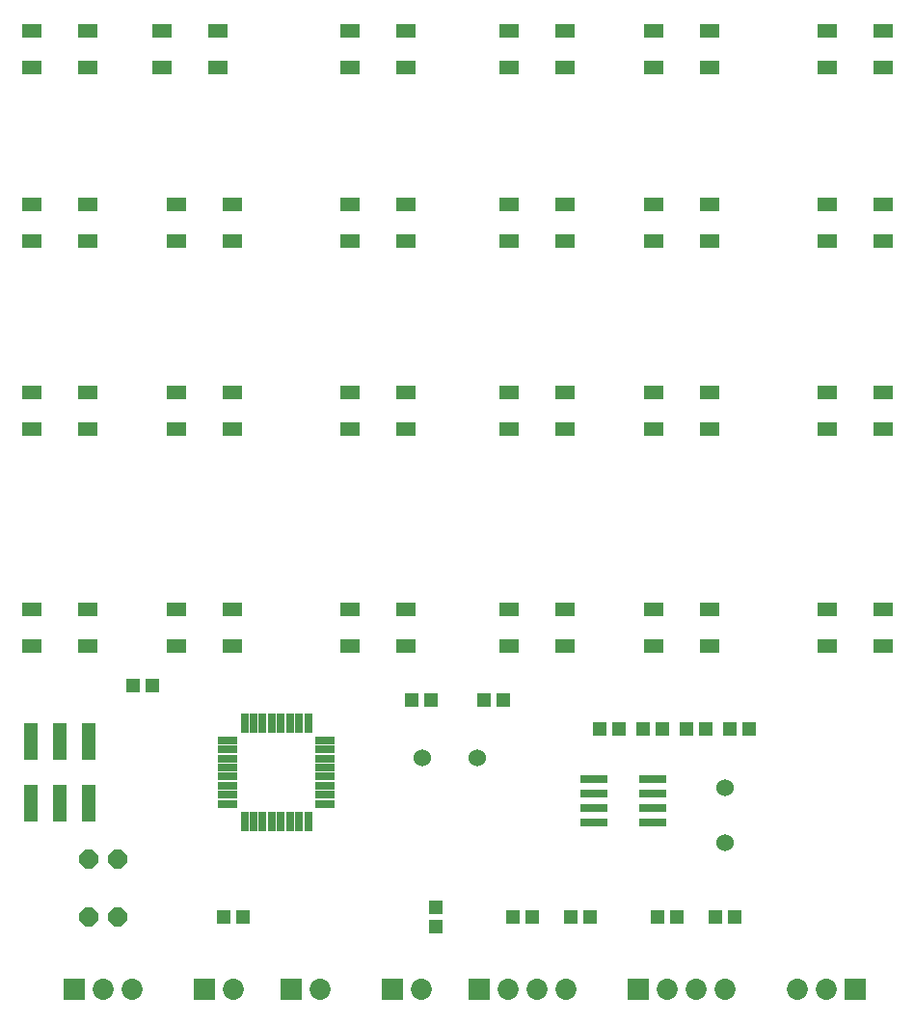
<source format=gts>
G75*
%MOIN*%
%OFA0B0*%
%FSLAX25Y25*%
%IPPOS*%
%LPD*%
%AMOC8*
5,1,8,0,0,1.08239X$1,22.5*
%
%ADD10R,0.06706X0.04737*%
%ADD11R,0.04737X0.13005*%
%ADD12R,0.07296X0.07296*%
%ADD13C,0.07296*%
%ADD14R,0.06706X0.02965*%
%ADD15R,0.02965X0.06706*%
%ADD16R,0.09461X0.03162*%
%ADD17C,0.06000*%
%ADD18R,0.04737X0.05131*%
%ADD19R,0.05131X0.04737*%
%ADD20OC8,0.06400*%
D10*
X0012654Y0131889D03*
X0012654Y0144488D03*
X0031946Y0144488D03*
X0031946Y0131889D03*
X0062654Y0131889D03*
X0062654Y0144488D03*
X0081946Y0144488D03*
X0081946Y0131889D03*
X0122654Y0131889D03*
X0122654Y0144488D03*
X0141946Y0144488D03*
X0141946Y0131889D03*
X0177654Y0131889D03*
X0177654Y0144488D03*
X0196946Y0144488D03*
X0196946Y0131889D03*
X0227654Y0131889D03*
X0227654Y0144488D03*
X0246946Y0144488D03*
X0246946Y0131889D03*
X0287654Y0131889D03*
X0287654Y0144488D03*
X0306946Y0144488D03*
X0306946Y0131889D03*
X0306946Y0206889D03*
X0306946Y0219488D03*
X0287654Y0219488D03*
X0287654Y0206889D03*
X0246946Y0206889D03*
X0246946Y0219488D03*
X0227654Y0219488D03*
X0227654Y0206889D03*
X0196946Y0206889D03*
X0196946Y0219488D03*
X0177654Y0219488D03*
X0177654Y0206889D03*
X0141946Y0206889D03*
X0141946Y0219488D03*
X0122654Y0219488D03*
X0122654Y0206889D03*
X0081946Y0206889D03*
X0081946Y0219488D03*
X0062654Y0219488D03*
X0062654Y0206889D03*
X0031946Y0206889D03*
X0031946Y0219488D03*
X0012654Y0219488D03*
X0012654Y0206889D03*
X0012654Y0271889D03*
X0012654Y0284488D03*
X0031946Y0284488D03*
X0031946Y0271889D03*
X0062654Y0271889D03*
X0062654Y0284488D03*
X0081946Y0284488D03*
X0081946Y0271889D03*
X0122654Y0271889D03*
X0122654Y0284488D03*
X0141946Y0284488D03*
X0141946Y0271889D03*
X0177654Y0271889D03*
X0177654Y0284488D03*
X0196946Y0284488D03*
X0196946Y0271889D03*
X0227654Y0271889D03*
X0227654Y0284488D03*
X0246946Y0284488D03*
X0246946Y0271889D03*
X0287654Y0271889D03*
X0287654Y0284488D03*
X0306946Y0284488D03*
X0306946Y0271889D03*
X0306946Y0331889D03*
X0306946Y0344488D03*
X0287654Y0344488D03*
X0287654Y0331889D03*
X0246946Y0331889D03*
X0246946Y0344488D03*
X0227654Y0344488D03*
X0227654Y0331889D03*
X0196946Y0331889D03*
X0196946Y0344488D03*
X0177654Y0344488D03*
X0177654Y0331889D03*
X0141946Y0331889D03*
X0141946Y0344488D03*
X0122654Y0344488D03*
X0122654Y0331889D03*
X0076946Y0331889D03*
X0076946Y0344488D03*
X0057654Y0344488D03*
X0057654Y0331889D03*
X0031946Y0331889D03*
X0031946Y0344488D03*
X0012654Y0344488D03*
X0012654Y0331889D03*
D11*
X0012300Y0098818D03*
X0022300Y0098818D03*
X0032300Y0098818D03*
X0032300Y0077558D03*
X0022300Y0077558D03*
X0012300Y0077558D03*
D12*
X0027300Y0013188D03*
X0072300Y0013188D03*
X0102300Y0013188D03*
X0137300Y0013188D03*
X0167300Y0013188D03*
X0222300Y0013188D03*
X0297300Y0013188D03*
D13*
X0287300Y0013188D03*
X0277300Y0013188D03*
X0252300Y0013188D03*
X0242300Y0013188D03*
X0232300Y0013188D03*
X0197300Y0013188D03*
X0187300Y0013188D03*
X0177300Y0013188D03*
X0147300Y0013188D03*
X0112300Y0013188D03*
X0082300Y0013188D03*
X0047300Y0013188D03*
X0037300Y0013188D03*
D14*
X0080371Y0077165D03*
X0080371Y0080314D03*
X0080371Y0083464D03*
X0080371Y0086614D03*
X0080371Y0089763D03*
X0080371Y0092913D03*
X0080371Y0096062D03*
X0080371Y0099212D03*
X0114229Y0099212D03*
X0114229Y0096062D03*
X0114229Y0092913D03*
X0114229Y0089763D03*
X0114229Y0086614D03*
X0114229Y0083464D03*
X0114229Y0080314D03*
X0114229Y0077165D03*
D15*
X0108324Y0071259D03*
X0105174Y0071259D03*
X0102024Y0071259D03*
X0098875Y0071259D03*
X0095725Y0071259D03*
X0092576Y0071259D03*
X0089426Y0071259D03*
X0086276Y0071259D03*
X0086276Y0105117D03*
X0089426Y0105117D03*
X0092576Y0105117D03*
X0095725Y0105117D03*
X0098875Y0105117D03*
X0102024Y0105117D03*
X0105174Y0105117D03*
X0108324Y0105117D03*
D16*
X0207064Y0085688D03*
X0207064Y0080688D03*
X0207064Y0075688D03*
X0207064Y0070688D03*
X0227536Y0070688D03*
X0227536Y0075688D03*
X0227536Y0080688D03*
X0227536Y0085688D03*
D17*
X0252300Y0082688D03*
X0252300Y0063688D03*
X0166800Y0093188D03*
X0147800Y0093188D03*
D18*
X0178954Y0038188D03*
X0185646Y0038188D03*
X0198954Y0038188D03*
X0205646Y0038188D03*
X0228954Y0038188D03*
X0235646Y0038188D03*
X0248954Y0038188D03*
X0255646Y0038188D03*
X0253954Y0103188D03*
X0245646Y0103188D03*
X0238954Y0103188D03*
X0230646Y0103188D03*
X0223954Y0103188D03*
X0215646Y0103188D03*
X0208954Y0103188D03*
X0260646Y0103188D03*
X0085646Y0038188D03*
X0078954Y0038188D03*
X0054416Y0118188D03*
X0047723Y0118188D03*
D19*
X0143954Y0113188D03*
X0150646Y0113188D03*
X0168954Y0113188D03*
X0175646Y0113188D03*
X0152300Y0041535D03*
X0152300Y0034842D03*
D20*
X0042300Y0038188D03*
X0032300Y0038188D03*
X0032300Y0058188D03*
X0042300Y0058188D03*
M02*

</source>
